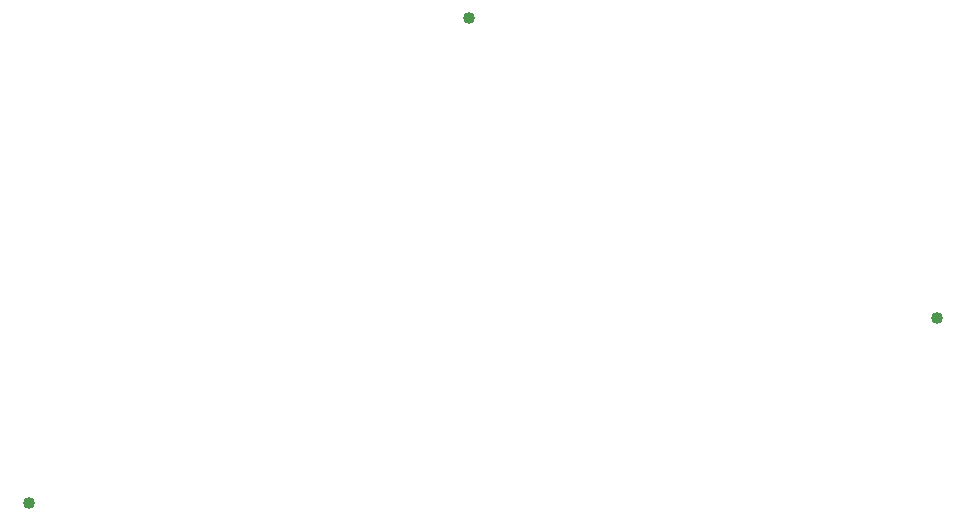
<source format=gbp>
G04 Layer_Color=128*
%FSTAX24Y24*%
%MOIN*%
G70*
G01*
G75*
%ADD37C,0.0400*%
D37*
X442917Y371052D02*
D03*
X412637Y364892D02*
D03*
X427297Y381042D02*
D03*
M02*

</source>
